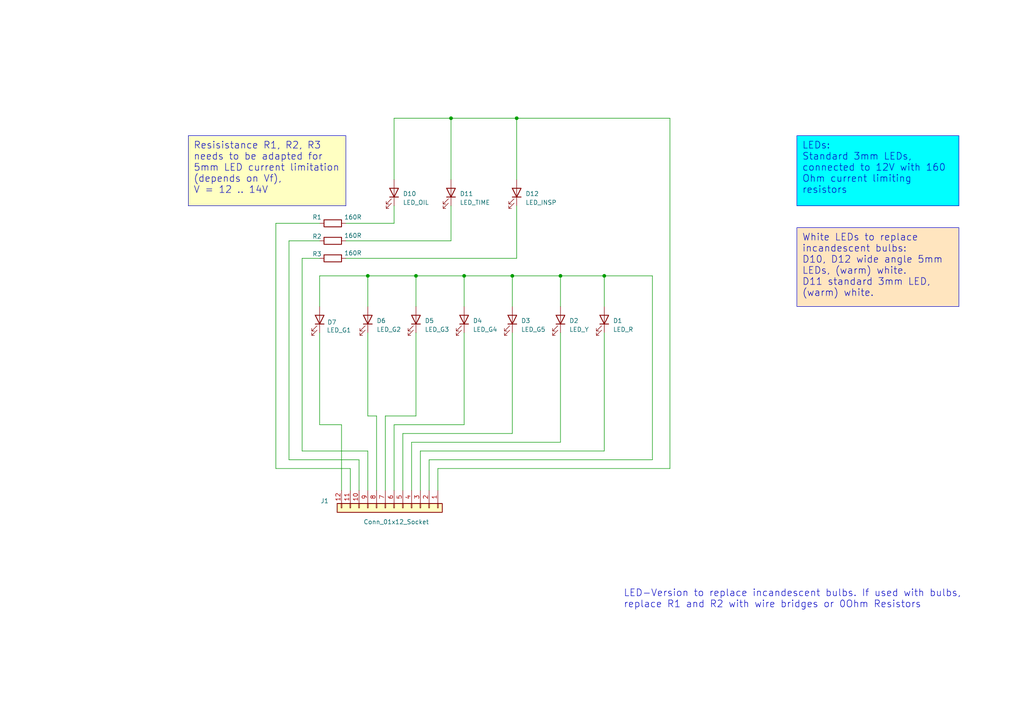
<source format=kicad_sch>
(kicad_sch
	(version 20231120)
	(generator "eeschema")
	(generator_version "8.0")
	(uuid "28701a9c-d23d-46df-8581-995298ac6e43")
	(paper "A4")
	(title_block
		(title "E30 VFL SI Indicator Board (9 LED)")
		(date "2024-06-15")
		(rev "2")
	)
	(lib_symbols
		(symbol "Connector_Generic:Conn_01x12"
			(pin_names
				(offset 1.016) hide)
			(exclude_from_sim no)
			(in_bom yes)
			(on_board yes)
			(property "Reference" "J1"
				(at -2.032 -21.336 90)
				(effects
					(font
						(size 1.27 1.27)
					)
					(justify left)
				)
			)
			(property "Value" "Conn_01x12_Socket"
				(at 4.064 -8.89 90)
				(effects
					(font
						(size 1.27 1.27)
					)
					(justify left)
				)
			)
			(property "Footprint" "Connector_PinSocket_2.54mm:PinSocket_1x12_P2.54mm_Horizontal"
				(at -2.794 17.272 0)
				(effects
					(font
						(size 1.27 1.27)
					)
					(hide yes)
				)
			)
			(property "Datasheet" "~"
				(at 0 0 0)
				(effects
					(font
						(size 1.27 1.27)
					)
					(hide yes)
				)
			)
			(property "Description" "Generic connector, single row, 01x12, script generated (kicad-library-utils/schlib/autogen/connector/)"
				(at -0.508 15.748 0)
				(effects
					(font
						(size 1.27 1.27)
					)
					(hide yes)
				)
			)
			(property "ki_keywords" "connector"
				(at 0 0 0)
				(effects
					(font
						(size 1.27 1.27)
					)
					(hide yes)
				)
			)
			(property "ki_fp_filters" "Connector*:*_1x??_*"
				(at 0 0 0)
				(effects
					(font
						(size 1.27 1.27)
					)
					(hide yes)
				)
			)
			(symbol "Conn_01x12_1_1"
				(rectangle
					(start -1.27 -15.113)
					(end 0 -15.367)
					(stroke
						(width 0.1524)
						(type default)
					)
					(fill
						(type none)
					)
				)
				(rectangle
					(start -1.27 -12.573)
					(end 0 -12.827)
					(stroke
						(width 0.1524)
						(type default)
					)
					(fill
						(type none)
					)
				)
				(rectangle
					(start -1.27 -10.033)
					(end 0 -10.287)
					(stroke
						(width 0.1524)
						(type default)
					)
					(fill
						(type none)
					)
				)
				(rectangle
					(start -1.27 -7.493)
					(end 0 -7.747)
					(stroke
						(width 0.1524)
						(type default)
					)
					(fill
						(type none)
					)
				)
				(rectangle
					(start -1.27 -4.953)
					(end 0 -5.207)
					(stroke
						(width 0.1524)
						(type default)
					)
					(fill
						(type none)
					)
				)
				(rectangle
					(start -1.27 -2.413)
					(end 0 -2.667)
					(stroke
						(width 0.1524)
						(type default)
					)
					(fill
						(type none)
					)
				)
				(rectangle
					(start -1.27 0.127)
					(end 0 -0.127)
					(stroke
						(width 0.1524)
						(type default)
					)
					(fill
						(type none)
					)
				)
				(rectangle
					(start -1.27 2.667)
					(end 0 2.413)
					(stroke
						(width 0.1524)
						(type default)
					)
					(fill
						(type none)
					)
				)
				(rectangle
					(start -1.27 5.207)
					(end 0 4.953)
					(stroke
						(width 0.1524)
						(type default)
					)
					(fill
						(type none)
					)
				)
				(rectangle
					(start -1.27 7.747)
					(end 0 7.493)
					(stroke
						(width 0.1524)
						(type default)
					)
					(fill
						(type none)
					)
				)
				(rectangle
					(start -1.27 10.287)
					(end 0 10.033)
					(stroke
						(width 0.1524)
						(type default)
					)
					(fill
						(type none)
					)
				)
				(rectangle
					(start -1.27 12.827)
					(end 0 12.573)
					(stroke
						(width 0.1524)
						(type default)
					)
					(fill
						(type none)
					)
				)
				(rectangle
					(start -1.27 13.97)
					(end 1.27 -16.51)
					(stroke
						(width 0.254)
						(type default)
					)
					(fill
						(type background)
					)
				)
				(pin passive line
					(at -5.08 12.7 0)
					(length 3.81)
					(name "T15_BULBS"
						(effects
							(font
								(size 1.27 1.27)
							)
						)
					)
					(number "1"
						(effects
							(font
								(size 1.27 1.27)
							)
						)
					)
				)
				(pin passive line
					(at -5.08 -10.16 0)
					(length 3.81)
					(name "BULB_TIME"
						(effects
							(font
								(size 1.27 1.27)
							)
						)
					)
					(number "10"
						(effects
							(font
								(size 1.27 1.27)
							)
						)
					)
				)
				(pin passive line
					(at -5.08 -12.7 0)
					(length 3.81)
					(name "BULB_OIL"
						(effects
							(font
								(size 1.27 1.27)
							)
						)
					)
					(number "11"
						(effects
							(font
								(size 1.27 1.27)
							)
						)
					)
				)
				(pin passive line
					(at -5.08 -15.24 0)
					(length 3.81)
					(name "LED_G1"
						(effects
							(font
								(size 1.27 1.27)
							)
						)
					)
					(number "12"
						(effects
							(font
								(size 1.27 1.27)
							)
						)
					)
				)
				(pin passive line
					(at -5.08 10.16 0)
					(length 3.81)
					(name "T15_LEDS"
						(effects
							(font
								(size 1.27 1.27)
							)
						)
					)
					(number "2"
						(effects
							(font
								(size 1.27 1.27)
							)
						)
					)
				)
				(pin passive line
					(at -5.08 7.62 0)
					(length 3.81)
					(name "LED_R"
						(effects
							(font
								(size 1.27 1.27)
							)
						)
					)
					(number "3"
						(effects
							(font
								(size 1.27 1.27)
							)
						)
					)
				)
				(pin passive line
					(at -5.08 5.08 0)
					(length 3.81)
					(name "LED_Y"
						(effects
							(font
								(size 1.27 1.27)
							)
						)
					)
					(number "4"
						(effects
							(font
								(size 1.27 1.27)
							)
						)
					)
				)
				(pin passive line
					(at -5.08 2.54 0)
					(length 3.81)
					(name "LED_G5"
						(effects
							(font
								(size 1.27 1.27)
							)
						)
					)
					(number "5"
						(effects
							(font
								(size 1.27 1.27)
							)
						)
					)
				)
				(pin passive line
					(at -5.08 0 0)
					(length 3.81)
					(name "LED_G4"
						(effects
							(font
								(size 1.27 1.27)
							)
						)
					)
					(number "6"
						(effects
							(font
								(size 1.27 1.27)
							)
						)
					)
				)
				(pin passive line
					(at -5.08 -2.54 0)
					(length 3.81)
					(name "LED_G3"
						(effects
							(font
								(size 1.27 1.27)
							)
						)
					)
					(number "7"
						(effects
							(font
								(size 1.27 1.27)
							)
						)
					)
				)
				(pin passive line
					(at -5.08 -5.08 0)
					(length 3.81)
					(name "LED_G2"
						(effects
							(font
								(size 1.27 1.27)
							)
						)
					)
					(number "8"
						(effects
							(font
								(size 1.27 1.27)
							)
						)
					)
				)
				(pin passive line
					(at -5.08 -7.62 0)
					(length 3.81)
					(name "BULB_INSP"
						(effects
							(font
								(size 1.27 1.27)
							)
						)
					)
					(number "9"
						(effects
							(font
								(size 1.27 1.27)
							)
						)
					)
				)
			)
		)
		(symbol "Device:LED"
			(pin_numbers hide)
			(pin_names
				(offset 1.016) hide)
			(exclude_from_sim no)
			(in_bom yes)
			(on_board yes)
			(property "Reference" "D"
				(at 0 2.54 0)
				(effects
					(font
						(size 1.27 1.27)
					)
				)
			)
			(property "Value" "LED"
				(at 0 -2.54 0)
				(effects
					(font
						(size 1.27 1.27)
					)
				)
			)
			(property "Footprint" ""
				(at 0 0 0)
				(effects
					(font
						(size 1.27 1.27)
					)
					(hide yes)
				)
			)
			(property "Datasheet" "~"
				(at 0 0 0)
				(effects
					(font
						(size 1.27 1.27)
					)
					(hide yes)
				)
			)
			(property "Description" "Light emitting diode"
				(at 0 0 0)
				(effects
					(font
						(size 1.27 1.27)
					)
					(hide yes)
				)
			)
			(property "ki_keywords" "LED diode"
				(at 0 0 0)
				(effects
					(font
						(size 1.27 1.27)
					)
					(hide yes)
				)
			)
			(property "ki_fp_filters" "LED* LED_SMD:* LED_THT:*"
				(at 0 0 0)
				(effects
					(font
						(size 1.27 1.27)
					)
					(hide yes)
				)
			)
			(symbol "LED_0_1"
				(polyline
					(pts
						(xy -1.27 -1.27) (xy -1.27 1.27)
					)
					(stroke
						(width 0.254)
						(type default)
					)
					(fill
						(type none)
					)
				)
				(polyline
					(pts
						(xy -1.27 0) (xy 1.27 0)
					)
					(stroke
						(width 0)
						(type default)
					)
					(fill
						(type none)
					)
				)
				(polyline
					(pts
						(xy 1.27 -1.27) (xy 1.27 1.27) (xy -1.27 0) (xy 1.27 -1.27)
					)
					(stroke
						(width 0.254)
						(type default)
					)
					(fill
						(type none)
					)
				)
				(polyline
					(pts
						(xy -3.048 -0.762) (xy -4.572 -2.286) (xy -3.81 -2.286) (xy -4.572 -2.286) (xy -4.572 -1.524)
					)
					(stroke
						(width 0)
						(type default)
					)
					(fill
						(type none)
					)
				)
				(polyline
					(pts
						(xy -1.778 -0.762) (xy -3.302 -2.286) (xy -2.54 -2.286) (xy -3.302 -2.286) (xy -3.302 -1.524)
					)
					(stroke
						(width 0)
						(type default)
					)
					(fill
						(type none)
					)
				)
			)
			(symbol "LED_1_1"
				(pin passive line
					(at -3.81 0 0)
					(length 2.54)
					(name "K"
						(effects
							(font
								(size 1.27 1.27)
							)
						)
					)
					(number "1"
						(effects
							(font
								(size 1.27 1.27)
							)
						)
					)
				)
				(pin passive line
					(at 3.81 0 180)
					(length 2.54)
					(name "A"
						(effects
							(font
								(size 1.27 1.27)
							)
						)
					)
					(number "2"
						(effects
							(font
								(size 1.27 1.27)
							)
						)
					)
				)
			)
		)
		(symbol "Device:R"
			(pin_numbers hide)
			(pin_names
				(offset 0)
			)
			(exclude_from_sim no)
			(in_bom yes)
			(on_board yes)
			(property "Reference" "R"
				(at 2.032 0 90)
				(effects
					(font
						(size 1.27 1.27)
					)
				)
			)
			(property "Value" "R"
				(at 0 0 90)
				(effects
					(font
						(size 1.27 1.27)
					)
				)
			)
			(property "Footprint" ""
				(at -1.778 0 90)
				(effects
					(font
						(size 1.27 1.27)
					)
					(hide yes)
				)
			)
			(property "Datasheet" "~"
				(at 0 0 0)
				(effects
					(font
						(size 1.27 1.27)
					)
					(hide yes)
				)
			)
			(property "Description" "Resistor"
				(at 0 0 0)
				(effects
					(font
						(size 1.27 1.27)
					)
					(hide yes)
				)
			)
			(property "ki_keywords" "R res resistor"
				(at 0 0 0)
				(effects
					(font
						(size 1.27 1.27)
					)
					(hide yes)
				)
			)
			(property "ki_fp_filters" "R_*"
				(at 0 0 0)
				(effects
					(font
						(size 1.27 1.27)
					)
					(hide yes)
				)
			)
			(symbol "R_0_1"
				(rectangle
					(start -1.016 -2.54)
					(end 1.016 2.54)
					(stroke
						(width 0.254)
						(type default)
					)
					(fill
						(type none)
					)
				)
			)
			(symbol "R_1_1"
				(pin passive line
					(at 0 3.81 270)
					(length 1.27)
					(name "~"
						(effects
							(font
								(size 1.27 1.27)
							)
						)
					)
					(number "1"
						(effects
							(font
								(size 1.27 1.27)
							)
						)
					)
				)
				(pin passive line
					(at 0 -3.81 90)
					(length 1.27)
					(name "~"
						(effects
							(font
								(size 1.27 1.27)
							)
						)
					)
					(number "2"
						(effects
							(font
								(size 1.27 1.27)
							)
						)
					)
				)
			)
		)
	)
	(junction
		(at 149.86 34.29)
		(diameter 0)
		(color 0 0 0 0)
		(uuid "01e77aac-425d-4f22-8a7d-e5590a9975c1")
	)
	(junction
		(at 175.26 80.01)
		(diameter 0)
		(color 0 0 0 0)
		(uuid "2a1fd89d-dd49-4286-9859-3987fccc1473")
	)
	(junction
		(at 130.81 34.29)
		(diameter 0)
		(color 0 0 0 0)
		(uuid "62a79eec-cf9f-4b21-a18d-84e5774df2ff")
	)
	(junction
		(at 120.65 80.01)
		(diameter 0)
		(color 0 0 0 0)
		(uuid "62e91c3c-1609-4b90-8fb5-346fff6293be")
	)
	(junction
		(at 148.59 80.01)
		(diameter 0)
		(color 0 0 0 0)
		(uuid "66f51d71-1766-4095-bdd8-1b0f64c31b4e")
	)
	(junction
		(at 162.56 80.01)
		(diameter 0)
		(color 0 0 0 0)
		(uuid "8a7b9d9b-9338-43a7-869d-3df9a5872e00")
	)
	(junction
		(at 106.68 80.01)
		(diameter 0)
		(color 0 0 0 0)
		(uuid "8cdb8e2a-54a1-4fed-99bb-b93c680814be")
	)
	(junction
		(at 134.62 80.01)
		(diameter 0)
		(color 0 0 0 0)
		(uuid "9abc4805-501b-4bb9-9aaa-53712570d5f5")
	)
	(wire
		(pts
			(xy 148.59 80.01) (xy 162.56 80.01)
		)
		(stroke
			(width 0)
			(type default)
		)
		(uuid "0067f408-61a8-40e2-be0e-8f08aa09776e")
	)
	(wire
		(pts
			(xy 92.71 88.9) (xy 92.71 80.01)
		)
		(stroke
			(width 0)
			(type default)
		)
		(uuid "0187928d-84b8-40fa-ac38-4c0f5a19d9b6")
	)
	(wire
		(pts
			(xy 189.23 133.35) (xy 124.46 133.35)
		)
		(stroke
			(width 0)
			(type default)
		)
		(uuid "03107b2f-ca91-4e2d-8720-a7983125aab5")
	)
	(wire
		(pts
			(xy 101.6 135.89) (xy 101.6 142.24)
		)
		(stroke
			(width 0)
			(type default)
		)
		(uuid "0beb93cc-9310-4eaf-b2ce-7efa11b48d26")
	)
	(wire
		(pts
			(xy 114.3 52.07) (xy 114.3 34.29)
		)
		(stroke
			(width 0)
			(type default)
		)
		(uuid "1363e373-c095-4dd7-a1ac-2ab64359e91a")
	)
	(wire
		(pts
			(xy 87.63 74.93) (xy 87.63 130.81)
		)
		(stroke
			(width 0)
			(type default)
		)
		(uuid "153dd542-eb64-4c5d-ae00-b47fac8d1838")
	)
	(wire
		(pts
			(xy 120.65 120.65) (xy 111.76 120.65)
		)
		(stroke
			(width 0)
			(type default)
		)
		(uuid "174c1f24-f2c0-44f8-8e91-cccae2bca77e")
	)
	(wire
		(pts
			(xy 111.76 120.65) (xy 111.76 142.24)
		)
		(stroke
			(width 0)
			(type default)
		)
		(uuid "1e3424f4-cb25-4560-9f5c-890fe5423c9a")
	)
	(wire
		(pts
			(xy 162.56 80.01) (xy 175.26 80.01)
		)
		(stroke
			(width 0)
			(type default)
		)
		(uuid "2c6ef5ae-b599-48f6-a34d-e370bed7d1c2")
	)
	(wire
		(pts
			(xy 83.82 133.35) (xy 104.14 133.35)
		)
		(stroke
			(width 0)
			(type default)
		)
		(uuid "33836c0f-dcf2-4c5e-a279-e94eb26e0b8a")
	)
	(wire
		(pts
			(xy 162.56 88.9) (xy 162.56 80.01)
		)
		(stroke
			(width 0)
			(type default)
		)
		(uuid "348a1c49-270f-44e1-ba9a-7670c8c0ee09")
	)
	(wire
		(pts
			(xy 100.33 64.77) (xy 114.3 64.77)
		)
		(stroke
			(width 0)
			(type default)
		)
		(uuid "37702ca0-2b67-428e-be4a-c11f72ac97bd")
	)
	(wire
		(pts
			(xy 87.63 130.81) (xy 106.68 130.81)
		)
		(stroke
			(width 0)
			(type default)
		)
		(uuid "3881375a-eddf-4199-ab42-ed50866a92c6")
	)
	(wire
		(pts
			(xy 175.26 96.52) (xy 175.26 130.81)
		)
		(stroke
			(width 0)
			(type default)
		)
		(uuid "39aee120-8a3b-4204-a5f7-557473a0bbf3")
	)
	(wire
		(pts
			(xy 106.68 120.65) (xy 109.22 120.65)
		)
		(stroke
			(width 0)
			(type default)
		)
		(uuid "3e976905-5055-4272-b4e3-207634d964eb")
	)
	(wire
		(pts
			(xy 149.86 74.93) (xy 149.86 59.69)
		)
		(stroke
			(width 0)
			(type default)
		)
		(uuid "42d0788e-952b-416f-9c6a-5fb5cf614b63")
	)
	(wire
		(pts
			(xy 119.38 128.27) (xy 119.38 142.24)
		)
		(stroke
			(width 0)
			(type default)
		)
		(uuid "4ff2ec91-3b28-41a2-86d8-5a2deb65e6a4")
	)
	(wire
		(pts
			(xy 121.92 130.81) (xy 121.92 142.24)
		)
		(stroke
			(width 0)
			(type default)
		)
		(uuid "52139ac3-7210-4bed-8f80-abaaf832c278")
	)
	(wire
		(pts
			(xy 114.3 123.19) (xy 114.3 142.24)
		)
		(stroke
			(width 0)
			(type default)
		)
		(uuid "57b82c22-d73f-423a-b5fa-77eca24ca168")
	)
	(wire
		(pts
			(xy 127 135.89) (xy 127 142.24)
		)
		(stroke
			(width 0)
			(type default)
		)
		(uuid "59ce87d5-a82d-4ee8-af8f-a12b3d23db35")
	)
	(wire
		(pts
			(xy 194.31 34.29) (xy 194.31 135.89)
		)
		(stroke
			(width 0)
			(type default)
		)
		(uuid "60d35517-6821-4d68-bc5d-4a491e06297e")
	)
	(wire
		(pts
			(xy 120.65 80.01) (xy 134.62 80.01)
		)
		(stroke
			(width 0)
			(type default)
		)
		(uuid "623a6d47-866f-4f5b-81a8-a00f56b806a5")
	)
	(wire
		(pts
			(xy 99.06 123.19) (xy 99.06 142.24)
		)
		(stroke
			(width 0)
			(type default)
		)
		(uuid "64e0ebea-0b17-4498-ae46-5921641c81e8")
	)
	(wire
		(pts
			(xy 100.33 69.85) (xy 130.81 69.85)
		)
		(stroke
			(width 0)
			(type default)
		)
		(uuid "66df9bbb-92cb-4d8c-b366-31cb6666eaa6")
	)
	(wire
		(pts
			(xy 127 135.89) (xy 194.31 135.89)
		)
		(stroke
			(width 0)
			(type default)
		)
		(uuid "69401b7e-ebca-4067-a180-9d18d3590752")
	)
	(wire
		(pts
			(xy 134.62 80.01) (xy 148.59 80.01)
		)
		(stroke
			(width 0)
			(type default)
		)
		(uuid "6c1b798f-2b67-4b37-90e2-db14975f6579")
	)
	(wire
		(pts
			(xy 149.86 52.07) (xy 149.86 34.29)
		)
		(stroke
			(width 0)
			(type default)
		)
		(uuid "6c2de2fe-f48a-469b-9668-378e8bd172a9")
	)
	(wire
		(pts
			(xy 148.59 125.73) (xy 116.84 125.73)
		)
		(stroke
			(width 0)
			(type default)
		)
		(uuid "6da8f80e-7204-4d31-8699-6e6140e1e4ea")
	)
	(wire
		(pts
			(xy 92.71 96.52) (xy 92.71 123.19)
		)
		(stroke
			(width 0)
			(type default)
		)
		(uuid "6ed23116-04de-43b7-bb81-e8757400cb2a")
	)
	(wire
		(pts
			(xy 149.86 34.29) (xy 130.81 34.29)
		)
		(stroke
			(width 0)
			(type default)
		)
		(uuid "727a7298-acef-41f5-851d-76b1a114d39b")
	)
	(wire
		(pts
			(xy 148.59 88.9) (xy 148.59 80.01)
		)
		(stroke
			(width 0)
			(type default)
		)
		(uuid "7370d48e-b832-4c25-9618-446a0ee168b8")
	)
	(wire
		(pts
			(xy 106.68 130.81) (xy 106.68 142.24)
		)
		(stroke
			(width 0)
			(type default)
		)
		(uuid "780754be-9a0f-4b80-a570-66bab1d61f0f")
	)
	(wire
		(pts
			(xy 114.3 59.69) (xy 114.3 64.77)
		)
		(stroke
			(width 0)
			(type default)
		)
		(uuid "7e6d012b-67c8-4fd0-98d2-86894d91e96c")
	)
	(wire
		(pts
			(xy 194.31 34.29) (xy 149.86 34.29)
		)
		(stroke
			(width 0)
			(type default)
		)
		(uuid "829637f1-4b3d-450a-b5d1-55e5c5071aa0")
	)
	(wire
		(pts
			(xy 109.22 120.65) (xy 109.22 142.24)
		)
		(stroke
			(width 0)
			(type default)
		)
		(uuid "89ad3b85-26f3-4d02-8e11-d5cb08bd2023")
	)
	(wire
		(pts
			(xy 100.33 74.93) (xy 149.86 74.93)
		)
		(stroke
			(width 0)
			(type default)
		)
		(uuid "8a39662f-3b88-49dc-b2d2-2297cfb9f148")
	)
	(wire
		(pts
			(xy 124.46 133.35) (xy 124.46 142.24)
		)
		(stroke
			(width 0)
			(type default)
		)
		(uuid "8d0b7e79-83e9-44bc-86fc-203433fd135b")
	)
	(wire
		(pts
			(xy 80.01 64.77) (xy 80.01 135.89)
		)
		(stroke
			(width 0)
			(type default)
		)
		(uuid "8f44a566-3a28-4415-9b15-582077525f65")
	)
	(wire
		(pts
			(xy 83.82 69.85) (xy 92.71 69.85)
		)
		(stroke
			(width 0)
			(type default)
		)
		(uuid "9171c46a-ebc1-4e23-a308-9b191e14f195")
	)
	(wire
		(pts
			(xy 92.71 80.01) (xy 106.68 80.01)
		)
		(stroke
			(width 0)
			(type default)
		)
		(uuid "93711c58-0737-4eaf-883f-3e65aced6225")
	)
	(wire
		(pts
			(xy 130.81 34.29) (xy 114.3 34.29)
		)
		(stroke
			(width 0)
			(type default)
		)
		(uuid "951e38b6-fc99-4f49-85f6-7680baec114b")
	)
	(wire
		(pts
			(xy 134.62 88.9) (xy 134.62 80.01)
		)
		(stroke
			(width 0)
			(type default)
		)
		(uuid "9889b8b6-f357-4401-8136-25c38f7168ff")
	)
	(wire
		(pts
			(xy 175.26 130.81) (xy 121.92 130.81)
		)
		(stroke
			(width 0)
			(type default)
		)
		(uuid "9bd1df41-ddba-46db-a403-b48aaec1a48a")
	)
	(wire
		(pts
			(xy 162.56 128.27) (xy 119.38 128.27)
		)
		(stroke
			(width 0)
			(type default)
		)
		(uuid "ac429ed0-2af4-4e15-b36c-c6f4a70c80b4")
	)
	(wire
		(pts
			(xy 104.14 133.35) (xy 104.14 142.24)
		)
		(stroke
			(width 0)
			(type default)
		)
		(uuid "ae46889f-5e2d-4b95-96c4-cd46da0e1ecf")
	)
	(wire
		(pts
			(xy 130.81 59.69) (xy 130.81 69.85)
		)
		(stroke
			(width 0)
			(type default)
		)
		(uuid "ae8d9c13-e8d4-47f1-b104-0e1047bb347d")
	)
	(wire
		(pts
			(xy 120.65 88.9) (xy 120.65 80.01)
		)
		(stroke
			(width 0)
			(type default)
		)
		(uuid "b2846dcf-8786-4338-a526-08b90c2cf993")
	)
	(wire
		(pts
			(xy 134.62 96.52) (xy 134.62 123.19)
		)
		(stroke
			(width 0)
			(type default)
		)
		(uuid "b6701612-4ea3-425f-be98-873a2cf02453")
	)
	(wire
		(pts
			(xy 175.26 88.9) (xy 175.26 80.01)
		)
		(stroke
			(width 0)
			(type default)
		)
		(uuid "b93342fe-60a4-4d89-8fbb-4a2c2ccd310c")
	)
	(wire
		(pts
			(xy 120.65 96.52) (xy 120.65 120.65)
		)
		(stroke
			(width 0)
			(type default)
		)
		(uuid "bae2cf2e-acca-45e0-95d2-bf02057db598")
	)
	(wire
		(pts
			(xy 106.68 88.9) (xy 106.68 80.01)
		)
		(stroke
			(width 0)
			(type default)
		)
		(uuid "bae738e2-ea9d-41a8-9921-09a7c42e2dbb")
	)
	(wire
		(pts
			(xy 83.82 69.85) (xy 83.82 133.35)
		)
		(stroke
			(width 0)
			(type default)
		)
		(uuid "be78b0d4-1f50-429d-a123-0fc3c706df54")
	)
	(wire
		(pts
			(xy 189.23 80.01) (xy 189.23 133.35)
		)
		(stroke
			(width 0)
			(type default)
		)
		(uuid "c1fe71a4-2c0f-41c3-b1c5-c787c6a0d7bb")
	)
	(wire
		(pts
			(xy 106.68 80.01) (xy 120.65 80.01)
		)
		(stroke
			(width 0)
			(type default)
		)
		(uuid "c229807f-5a2d-4285-9dc9-478590e88c30")
	)
	(wire
		(pts
			(xy 80.01 64.77) (xy 92.71 64.77)
		)
		(stroke
			(width 0)
			(type default)
		)
		(uuid "c6c8bf5f-5922-4a74-90fe-d5fccb3b73cc")
	)
	(wire
		(pts
			(xy 116.84 125.73) (xy 116.84 142.24)
		)
		(stroke
			(width 0)
			(type default)
		)
		(uuid "c6dd0979-f128-4a8d-802a-30590e0e28ee")
	)
	(wire
		(pts
			(xy 134.62 123.19) (xy 114.3 123.19)
		)
		(stroke
			(width 0)
			(type default)
		)
		(uuid "c911ef8f-d585-47ed-b416-bade2c1c82ce")
	)
	(wire
		(pts
			(xy 92.71 123.19) (xy 99.06 123.19)
		)
		(stroke
			(width 0)
			(type default)
		)
		(uuid "cc0af262-e88d-4214-bd73-0a1d3531aa1c")
	)
	(wire
		(pts
			(xy 130.81 34.29) (xy 130.81 52.07)
		)
		(stroke
			(width 0)
			(type default)
		)
		(uuid "cfee2502-bb0a-4fee-929b-7406478ba427")
	)
	(wire
		(pts
			(xy 162.56 96.52) (xy 162.56 128.27)
		)
		(stroke
			(width 0)
			(type default)
		)
		(uuid "da529bdc-e797-4964-a6bb-7141216e481a")
	)
	(wire
		(pts
			(xy 175.26 80.01) (xy 189.23 80.01)
		)
		(stroke
			(width 0)
			(type default)
		)
		(uuid "df004d0b-69ce-46cf-a705-a5f35e3f0492")
	)
	(wire
		(pts
			(xy 80.01 135.89) (xy 101.6 135.89)
		)
		(stroke
			(width 0)
			(type default)
		)
		(uuid "df4f3936-6286-4271-9d2a-15990837f27b")
	)
	(wire
		(pts
			(xy 148.59 96.52) (xy 148.59 125.73)
		)
		(stroke
			(width 0)
			(type default)
		)
		(uuid "f39bd294-09c7-4a2e-8a3e-f458e719b433")
	)
	(wire
		(pts
			(xy 92.71 74.93) (xy 87.63 74.93)
		)
		(stroke
			(width 0)
			(type default)
		)
		(uuid "f42f8a8b-ffc5-42f2-856e-7c8973d50ac7")
	)
	(wire
		(pts
			(xy 106.68 96.52) (xy 106.68 120.65)
		)
		(stroke
			(width 0)
			(type default)
		)
		(uuid "fca0797a-5de7-499c-b58f-6b8ba8273ffa")
	)
	(text_box "White LEDs to replace incandescent bulbs: \nD10, D12 wide angle 5mm LEDs, (warm) white.\nD11 standard 3mm LED, (warm) white."
		(exclude_from_sim no)
		(at 231.14 66.04 0)
		(size 46.99 22.86)
		(stroke
			(width 0)
			(type default)
		)
		(fill
			(type color)
			(color 255 229 191 1)
		)
		(effects
			(font
				(size 2 2)
			)
			(justify left top)
		)
		(uuid "15afb8b5-865b-4c75-90c5-0b78218f8046")
	)
	(text_box "LEDs: \nStandard 3mm LEDs, connected to 12V with 160 Ohm current limiting resistors"
		(exclude_from_sim no)
		(at 231.14 39.37 0)
		(size 46.99 20.32)
		(stroke
			(width 0)
			(type default)
		)
		(fill
			(type color)
			(color 0 255 255 1)
		)
		(effects
			(font
				(size 2 2)
			)
			(justify left top)
		)
		(uuid "2ac3c393-2dff-4ffd-81e1-d7c45a48d05f")
	)
	(text_box "Resisistance R1, R2, R3 needs to be adapted for 5mm LED current limitation (depends on Vf), \nV = 12 .. 14V\n"
		(exclude_from_sim no)
		(at 54.61 39.37 0)
		(size 45.72 20.32)
		(stroke
			(width 0)
			(type default)
		)
		(fill
			(type color)
			(color 255 255 194 1)
		)
		(effects
			(font
				(size 2 2)
			)
			(justify left top)
		)
		(uuid "9a9243cf-7afc-452e-bda2-9a2b7350b3f8")
	)
	(text_box ""
		(exclude_from_sim no)
		(at 247.65 39.37 0)
		(size 0 0)
		(stroke
			(width 0)
			(type default)
		)
		(fill
			(type none)
		)
		(effects
			(font
				(size 3 3)
			)
			(justify left top)
		)
		(uuid "fb480fc6-c143-49c1-aba2-1e71259ed3dc")
	)
	(text "LED-Version to replace incandescent bulbs. If used with bulbs, \nreplace R1 and R2 with wire bridges or 0Ohm Resistors"
		(exclude_from_sim no)
		(at 180.848 173.736 0)
		(effects
			(font
				(size 2 2)
			)
			(justify left)
		)
		(uuid "49a4b7c6-bff4-46d9-b079-d641b0a79cc7")
	)
	(symbol
		(lib_id "Device:R")
		(at 96.52 69.85 90)
		(unit 1)
		(exclude_from_sim no)
		(in_bom yes)
		(on_board yes)
		(dnp no)
		(uuid "0532f61a-7798-4c4d-9f20-799fbc8b1146")
		(property "Reference" "R2"
			(at 91.948 68.58 90)
			(effects
				(font
					(size 1.27 1.27)
				)
			)
		)
		(property "Value" "160R"
			(at 102.362 68.326 90)
			(effects
				(font
					(size 1.27 1.27)
				)
			)
		)
		(property "Footprint" "Resistor_THT:R_Axial_DIN0207_L6.3mm_D2.5mm_P7.62mm_Horizontal"
			(at 96.52 71.628 90)
			(effects
				(font
					(size 1.27 1.27)
				)
				(hide yes)
			)
		)
		(property "Datasheet" "~"
			(at 96.52 69.85 0)
			(effects
				(font
					(size 1.27 1.27)
				)
				(hide yes)
			)
		)
		(property "Description" "Resistor"
			(at 96.52 69.85 0)
			(effects
				(font
					(size 1.27 1.27)
				)
				(hide yes)
			)
		)
		(pin "2"
			(uuid "9366feda-a634-4896-a021-0723108efaf9")
		)
		(pin "1"
			(uuid "b2d24de8-a0ff-4be2-9a4b-b1d306ad6e65")
		)
		(instances
			(project "BMW E30 NFL SI Indicator LED"
				(path "/28701a9c-d23d-46df-8581-995298ac6e43"
					(reference "R2")
					(unit 1)
				)
			)
		)
	)
	(symbol
		(lib_id "Device:LED")
		(at 175.26 92.71 270)
		(mirror x)
		(unit 1)
		(exclude_from_sim no)
		(in_bom yes)
		(on_board yes)
		(dnp no)
		(fields_autoplaced yes)
		(uuid "16d4a8a6-0de5-4156-aea6-9722f2b7d08a")
		(property "Reference" "D1"
			(at 177.8 93.0274 90)
			(effects
				(font
					(size 1.27 1.27)
				)
				(justify left)
			)
		)
		(property "Value" "LED_R"
			(at 177.8 95.5674 90)
			(effects
				(font
					(size 1.27 1.27)
				)
				(justify left)
			)
		)
		(property "Footprint" "LED_THT:LED_D3.0mm"
			(at 175.26 92.71 0)
			(effects
				(font
					(size 1.27 1.27)
				)
				(hide yes)
			)
		)
		(property "Datasheet" "~"
			(at 175.26 92.71 0)
			(effects
				(font
					(size 1.27 1.27)
				)
				(hide yes)
			)
		)
		(property "Description" "Light emitting diode"
			(at 175.26 92.71 0)
			(effects
				(font
					(size 1.27 1.27)
				)
				(hide yes)
			)
		)
		(pin "2"
			(uuid "ad266eaa-0548-4375-9e7e-638f1637a13b")
		)
		(pin "1"
			(uuid "98598a18-c22f-4a07-a6dd-f6304402e687")
		)
		(instances
			(project "BMW E30 NFL SI Indicator LED"
				(path "/28701a9c-d23d-46df-8581-995298ac6e43"
					(reference "D1")
					(unit 1)
				)
			)
		)
	)
	(symbol
		(lib_id "Device:LED")
		(at 134.62 92.71 270)
		(mirror x)
		(unit 1)
		(exclude_from_sim no)
		(in_bom yes)
		(on_board yes)
		(dnp no)
		(fields_autoplaced yes)
		(uuid "406a5d27-9a30-4096-882a-399a0dfcfc20")
		(property "Reference" "D4"
			(at 137.16 93.0274 90)
			(effects
				(font
					(size 1.27 1.27)
				)
				(justify left)
			)
		)
		(property "Value" "LED_G4"
			(at 137.16 95.5674 90)
			(effects
				(font
					(size 1.27 1.27)
				)
				(justify left)
			)
		)
		(property "Footprint" "LED_THT:LED_D3.0mm"
			(at 134.62 92.71 0)
			(effects
				(font
					(size 1.27 1.27)
				)
				(hide yes)
			)
		)
		(property "Datasheet" "~"
			(at 134.62 92.71 0)
			(effects
				(font
					(size 1.27 1.27)
				)
				(hide yes)
			)
		)
		(property "Description" "Light emitting diode"
			(at 134.62 92.71 0)
			(effects
				(font
					(size 1.27 1.27)
				)
				(hide yes)
			)
		)
		(pin "2"
			(uuid "337fcad3-d2ca-4375-81bb-fa466fc594c6")
		)
		(pin "1"
			(uuid "bec5fde6-c3c4-4dc6-aaf5-6cf6d0781842")
		)
		(instances
			(project "BMW E30 NFL SI Indicator LED"
				(path "/28701a9c-d23d-46df-8581-995298ac6e43"
					(reference "D4")
					(unit 1)
				)
			)
		)
	)
	(symbol
		(lib_id "Device:R")
		(at 96.52 74.93 90)
		(unit 1)
		(exclude_from_sim no)
		(in_bom yes)
		(on_board yes)
		(dnp no)
		(uuid "52bf66e4-0926-46c7-ae21-78dbbac48b21")
		(property "Reference" "R3"
			(at 91.948 73.66 90)
			(effects
				(font
					(size 1.27 1.27)
				)
			)
		)
		(property "Value" "160R"
			(at 102.362 73.406 90)
			(effects
				(font
					(size 1.27 1.27)
				)
			)
		)
		(property "Footprint" "Resistor_THT:R_Axial_DIN0207_L6.3mm_D2.5mm_P7.62mm_Horizontal"
			(at 96.52 76.708 90)
			(effects
				(font
					(size 1.27 1.27)
				)
				(hide yes)
			)
		)
		(property "Datasheet" "~"
			(at 96.52 74.93 0)
			(effects
				(font
					(size 1.27 1.27)
				)
				(hide yes)
			)
		)
		(property "Description" "Resistor"
			(at 96.52 74.93 0)
			(effects
				(font
					(size 1.27 1.27)
				)
				(hide yes)
			)
		)
		(pin "2"
			(uuid "c5b21e39-82d1-4a21-b393-2c7b2e94397b")
		)
		(pin "1"
			(uuid "de72d41e-33bd-4219-b0ad-4c4dc01fb41f")
		)
		(instances
			(project "BMW E30 NFL SI Indicator LED"
				(path "/28701a9c-d23d-46df-8581-995298ac6e43"
					(reference "R3")
					(unit 1)
				)
			)
		)
	)
	(symbol
		(lib_id "Device:LED")
		(at 120.65 92.71 270)
		(mirror x)
		(unit 1)
		(exclude_from_sim no)
		(in_bom yes)
		(on_board yes)
		(dnp no)
		(fields_autoplaced yes)
		(uuid "701fb81d-90c2-4837-942b-098cf0d26d6b")
		(property "Reference" "D5"
			(at 123.19 93.0274 90)
			(effects
				(font
					(size 1.27 1.27)
				)
				(justify left)
			)
		)
		(property "Value" "LED_G3"
			(at 123.19 95.5674 90)
			(effects
				(font
					(size 1.27 1.27)
				)
				(justify left)
			)
		)
		(property "Footprint" "LED_THT:LED_D3.0mm"
			(at 120.65 92.71 0)
			(effects
				(font
					(size 1.27 1.27)
				)
				(hide yes)
			)
		)
		(property "Datasheet" "~"
			(at 120.65 92.71 0)
			(effects
				(font
					(size 1.27 1.27)
				)
				(hide yes)
			)
		)
		(property "Description" "Light emitting diode"
			(at 120.65 92.71 0)
			(effects
				(font
					(size 1.27 1.27)
				)
				(hide yes)
			)
		)
		(pin "2"
			(uuid "45610630-00bd-42a5-bc8c-ca224809ac92")
		)
		(pin "1"
			(uuid "c16c1d43-e161-4e80-958d-9eff4154bdfd")
		)
		(instances
			(project "BMW E30 NFL SI Indicator LED"
				(path "/28701a9c-d23d-46df-8581-995298ac6e43"
					(reference "D5")
					(unit 1)
				)
			)
		)
	)
	(symbol
		(lib_id "Device:LED")
		(at 149.86 55.88 270)
		(mirror x)
		(unit 1)
		(exclude_from_sim no)
		(in_bom yes)
		(on_board yes)
		(dnp no)
		(fields_autoplaced yes)
		(uuid "72a74ab1-b1ce-4c5f-8f00-389eaf19c596")
		(property "Reference" "D12"
			(at 152.4 56.1974 90)
			(effects
				(font
					(size 1.27 1.27)
				)
				(justify left)
			)
		)
		(property "Value" "LED_INSP"
			(at 152.4 58.7374 90)
			(effects
				(font
					(size 1.27 1.27)
				)
				(justify left)
			)
		)
		(property "Footprint" "LED_THT:LED_Rectangular_W5.0mm_H2.0mm_Horizontal_O3.81mm_Z1.0mm"
			(at 149.86 55.88 0)
			(effects
				(font
					(size 1.27 1.27)
				)
				(hide yes)
			)
		)
		(property "Datasheet" "~"
			(at 149.86 55.88 0)
			(effects
				(font
					(size 1.27 1.27)
				)
				(hide yes)
			)
		)
		(property "Description" "Light emitting diode"
			(at 149.86 55.88 0)
			(effects
				(font
					(size 1.27 1.27)
				)
				(hide yes)
			)
		)
		(pin "2"
			(uuid "8cdca971-549d-4e3f-9c7d-c259cfe8ff72")
		)
		(pin "1"
			(uuid "798db439-6b5e-4cae-8efd-bac6f523e94f")
		)
		(instances
			(project "BMW E30 NFL SI Indicator LED"
				(path "/28701a9c-d23d-46df-8581-995298ac6e43"
					(reference "D12")
					(unit 1)
				)
			)
		)
	)
	(symbol
		(lib_id "Device:LED")
		(at 92.71 92.71 270)
		(mirror x)
		(unit 1)
		(exclude_from_sim no)
		(in_bom yes)
		(on_board yes)
		(dnp no)
		(uuid "808b733a-624b-469d-b675-98edf7fea587")
		(property "Reference" "D7"
			(at 96.266 93.472 90)
			(effects
				(font
					(size 1.27 1.27)
				)
			)
		)
		(property "Value" "LED_G1"
			(at 98.298 95.758 90)
			(effects
				(font
					(size 1.27 1.27)
				)
			)
		)
		(property "Footprint" "LED_THT:LED_D3.0mm"
			(at 92.71 92.71 0)
			(effects
				(font
					(size 1.27 1.27)
				)
				(hide yes)
			)
		)
		(property "Datasheet" "~"
			(at 92.71 92.71 0)
			(effects
				(font
					(size 1.27 1.27)
				)
				(hide yes)
			)
		)
		(property "Description" "Light emitting diode"
			(at 92.71 92.71 0)
			(effects
				(font
					(size 1.27 1.27)
				)
				(hide yes)
			)
		)
		(pin "2"
			(uuid "0dd98994-fe39-4d82-82ce-1f6563c81260")
		)
		(pin "1"
			(uuid "5b6ce2b2-0d5c-40b9-a98a-90c3a72a257b")
		)
		(instances
			(project "BMW E30 NFL SI Indicator LED"
				(path "/28701a9c-d23d-46df-8581-995298ac6e43"
					(reference "D7")
					(unit 1)
				)
			)
		)
	)
	(symbol
		(lib_id "Device:LED")
		(at 130.81 55.88 270)
		(mirror x)
		(unit 1)
		(exclude_from_sim no)
		(in_bom yes)
		(on_board yes)
		(dnp no)
		(fields_autoplaced yes)
		(uuid "95a5d0b9-f8fd-47f3-9c42-a50f86b5cb8f")
		(property "Reference" "D11"
			(at 133.35 56.1974 90)
			(effects
				(font
					(size 1.27 1.27)
				)
				(justify left)
			)
		)
		(property "Value" "LED_TIME"
			(at 133.35 58.7374 90)
			(effects
				(font
					(size 1.27 1.27)
				)
				(justify left)
			)
		)
		(property "Footprint" "LED_THT:LED_D3.0mm_Clear"
			(at 130.81 55.88 0)
			(effects
				(font
					(size 1.27 1.27)
				)
				(hide yes)
			)
		)
		(property "Datasheet" "~"
			(at 130.81 55.88 0)
			(effects
				(font
					(size 1.27 1.27)
				)
				(hide yes)
			)
		)
		(property "Description" "Light emitting diode"
			(at 130.81 55.88 0)
			(effects
				(font
					(size 1.27 1.27)
				)
				(hide yes)
			)
		)
		(pin "2"
			(uuid "13d9b1d8-cc07-484d-9678-cf11b05d9107")
		)
		(pin "1"
			(uuid "56ef7a6d-0bb9-495b-b21a-6f126a5d6f12")
		)
		(instances
			(project "BMW E30 NFL SI Indicator LED"
				(path "/28701a9c-d23d-46df-8581-995298ac6e43"
					(reference "D11")
					(unit 1)
				)
			)
		)
	)
	(symbol
		(lib_id "Connector_Generic:Conn_01x12")
		(at 114.3 147.32 270)
		(unit 1)
		(exclude_from_sim no)
		(in_bom yes)
		(on_board yes)
		(dnp no)
		(uuid "c83c0f3a-bcb5-4d17-9fb0-2b29ba5ca7b6")
		(property "Reference" "J1"
			(at 92.964 145.288 90)
			(effects
				(font
					(size 1.27 1.27)
				)
				(justify left)
			)
		)
		(property "Value" "Conn_01x12_Socket"
			(at 105.41 151.384 90)
			(effects
				(font
					(size 1.27 1.27)
				)
				(justify left)
			)
		)
		(property "Footprint" "Connector_PinSocket_2.54mm:PinSocket_1x12_P2.54mm_Horizontal"
			(at 131.572 144.526 0)
			(effects
				(font
					(size 1.27 1.27)
				)
				(hide yes)
			)
		)
		(property "Datasheet" "~"
			(at 114.3 147.32 0)
			(effects
				(font
					(size 1.27 1.27)
				)
				(hide yes)
			)
		)
		(property "Description" "Generic connector, single row, 01x12, script generated (kicad-library-utils/schlib/autogen/connector/)"
			(at 130.048 146.812 0)
			(effects
				(font
					(size 1.27 1.27)
				)
				(hide yes)
			)
		)
		(pin "1"
			(uuid "96c2fa5b-3fb3-4826-8fec-5e2f247fcef9")
		)
		(pin "3"
			(uuid "30d54b7f-634a-4b24-a553-e5452bbf6fb0")
		)
		(pin "8"
			(uuid "3b6eae76-f1c1-4b60-be6b-5dd54e82e856")
		)
		(pin "5"
			(uuid "f3812121-8e76-4a2c-827e-e059d4cec4cb")
		)
		(pin "12"
			(uuid "42577fa5-a0da-4ec6-a2c5-6ae8ff32e090")
		)
		(pin "4"
			(uuid "8fdcc774-f754-48e2-8059-7839be45ee71")
		)
		(pin "2"
			(uuid "adba8eda-4ea7-4665-8061-7cae41ca06b9")
		)
		(pin "7"
			(uuid "6f19f6be-ecff-4d0d-9f2b-d46210d65b16")
		)
		(pin "9"
			(uuid "86cfa1d8-0b58-420d-a916-fb7f776b34ff")
		)
		(pin "10"
			(uuid "06daa2f4-6c4b-44fc-9830-dcd0013897b4")
		)
		(pin "11"
			(uuid "6dc9dc6f-6cea-498f-b95d-d6249fa70c1f")
		)
		(pin "6"
			(uuid "2f13e582-a10e-409f-9321-e486c5ddc104")
		)
		(instances
			(project "BMW E30 NFL SI Indicator LED"
				(path "/28701a9c-d23d-46df-8581-995298ac6e43"
					(reference "J1")
					(unit 1)
				)
			)
		)
	)
	(symbol
		(lib_id "Device:LED")
		(at 148.59 92.71 270)
		(mirror x)
		(unit 1)
		(exclude_from_sim no)
		(in_bom yes)
		(on_board yes)
		(dnp no)
		(fields_autoplaced yes)
		(uuid "cf9321ef-a9e5-4d0a-b40d-cf9d48dc8dfd")
		(property "Reference" "D3"
			(at 151.13 93.0274 90)
			(effects
				(font
					(size 1.27 1.27)
				)
				(justify left)
			)
		)
		(property "Value" "LED_G5"
			(at 151.13 95.5674 90)
			(effects
				(font
					(size 1.27 1.27)
				)
				(justify left)
			)
		)
		(property "Footprint" "LED_THT:LED_D3.0mm"
			(at 148.59 92.71 0)
			(effects
				(font
					(size 1.27 1.27)
				)
				(hide yes)
			)
		)
		(property "Datasheet" "~"
			(at 148.59 92.71 0)
			(effects
				(font
					(size 1.27 1.27)
				)
				(hide yes)
			)
		)
		(property "Description" "Light emitting diode"
			(at 148.59 92.71 0)
			(effects
				(font
					(size 1.27 1.27)
				)
				(hide yes)
			)
		)
		(pin "2"
			(uuid "862dde1a-b627-44a8-ab5c-0d2885408dba")
		)
		(pin "1"
			(uuid "bdfe2d6a-18a7-4ed7-af6b-43b44f9d718a")
		)
		(instances
			(project "BMW E30 NFL SI Indicator LED"
				(path "/28701a9c-d23d-46df-8581-995298ac6e43"
					(reference "D3")
					(unit 1)
				)
			)
		)
	)
	(symbol
		(lib_id "Device:LED")
		(at 106.68 92.71 270)
		(mirror x)
		(unit 1)
		(exclude_from_sim no)
		(in_bom yes)
		(on_board yes)
		(dnp no)
		(fields_autoplaced yes)
		(uuid "d972ab19-3908-468a-a736-f732e05d05ab")
		(property "Reference" "D6"
			(at 109.22 93.0274 90)
			(effects
				(font
					(size 1.27 1.27)
				)
				(justify left)
			)
		)
		(property "Value" "LED_G2"
			(at 109.22 95.5674 90)
			(effects
				(font
					(size 1.27 1.27)
				)
				(justify left)
			)
		)
		(property "Footprint" "LED_THT:LED_D3.0mm"
			(at 106.68 92.71 0)
			(effects
				(font
					(size 1.27 1.27)
				)
				(hide yes)
			)
		)
		(property "Datasheet" "~"
			(at 106.68 92.71 0)
			(effects
				(font
					(size 1.27 1.27)
				)
				(hide yes)
			)
		)
		(property "Description" "Light emitting diode"
			(at 106.68 92.71 0)
			(effects
				(font
					(size 1.27 1.27)
				)
				(hide yes)
			)
		)
		(pin "2"
			(uuid "c9a67fb5-227d-4a22-9daa-8b947567febd")
		)
		(pin "1"
			(uuid "62513709-da00-4388-a414-46173d804a66")
		)
		(instances
			(project "BMW E30 NFL SI Indicator LED"
				(path "/28701a9c-d23d-46df-8581-995298ac6e43"
					(reference "D6")
					(unit 1)
				)
			)
		)
	)
	(symbol
		(lib_id "Device:LED")
		(at 114.3 55.88 270)
		(mirror x)
		(unit 1)
		(exclude_from_sim no)
		(in_bom yes)
		(on_board yes)
		(dnp no)
		(fields_autoplaced yes)
		(uuid "dfa4d1e1-7c7a-47cd-8564-904a5b2e763b")
		(property "Reference" "D10"
			(at 116.84 56.1974 90)
			(effects
				(font
					(size 1.27 1.27)
				)
				(justify left)
			)
		)
		(property "Value" "LED_OIL"
			(at 116.84 58.7374 90)
			(effects
				(font
					(size 1.27 1.27)
				)
				(justify left)
			)
		)
		(property "Footprint" "LED_THT:LED_Rectangular_W5.0mm_H2.0mm_Horizontal_O3.81mm_Z1.0mm"
			(at 114.3 55.88 0)
			(effects
				(font
					(size 1.27 1.27)
				)
				(hide yes)
			)
		)
		(property "Datasheet" "~"
			(at 114.3 55.88 0)
			(effects
				(font
					(size 1.27 1.27)
				)
				(hide yes)
			)
		)
		(property "Description" "Light emitting diode"
			(at 114.3 55.88 0)
			(effects
				(font
					(size 1.27 1.27)
				)
				(hide yes)
			)
		)
		(pin "2"
			(uuid "9adc1e32-8132-4406-b6f2-e7824348fd40")
		)
		(pin "1"
			(uuid "1b2350a4-9946-4396-a319-f113a8baae45")
		)
		(instances
			(project "BMW E30 NFL SI Indicator LED"
				(path "/28701a9c-d23d-46df-8581-995298ac6e43"
					(reference "D10")
					(unit 1)
				)
			)
		)
	)
	(symbol
		(lib_id "Device:LED")
		(at 162.56 92.71 270)
		(mirror x)
		(unit 1)
		(exclude_from_sim no)
		(in_bom yes)
		(on_board yes)
		(dnp no)
		(fields_autoplaced yes)
		(uuid "e6ac392e-b0a0-4343-9f0a-a5d168d59864")
		(property "Reference" "D2"
			(at 165.1 93.0274 90)
			(effects
				(font
					(size 1.27 1.27)
				)
				(justify left)
			)
		)
		(property "Value" "LED_Y"
			(at 165.1 95.5674 90)
			(effects
				(font
					(size 1.27 1.27)
				)
				(justify left)
			)
		)
		(property "Footprint" "LED_THT:LED_D3.0mm"
			(at 162.56 92.71 0)
			(effects
				(font
					(size 1.27 1.27)
				)
				(hide yes)
			)
		)
		(property "Datasheet" "~"
			(at 162.56 92.71 0)
			(effects
				(font
					(size 1.27 1.27)
				)
				(hide yes)
			)
		)
		(property "Description" "Light emitting diode"
			(at 162.56 92.71 0)
			(effects
				(font
					(size 1.27 1.27)
				)
				(hide yes)
			)
		)
		(pin "2"
			(uuid "765ca6fe-ae68-4e66-8c12-e5bf4b649f09")
		)
		(pin "1"
			(uuid "b10e2c91-3e40-4ee2-885b-73cdab3b5430")
		)
		(instances
			(project "BMW E30 NFL SI Indicator LED"
				(path "/28701a9c-d23d-46df-8581-995298ac6e43"
					(reference "D2")
					(unit 1)
				)
			)
		)
	)
	(symbol
		(lib_id "Device:R")
		(at 96.52 64.77 90)
		(unit 1)
		(exclude_from_sim no)
		(in_bom yes)
		(on_board yes)
		(dnp no)
		(uuid "f344b11f-fac0-48fa-a8d4-e5cb8e866b2d")
		(property "Reference" "R1"
			(at 91.948 62.992 90)
			(effects
				(font
					(size 1.27 1.27)
				)
			)
		)
		(property "Value" "160R"
			(at 102.362 62.992 90)
			(effects
				(font
					(size 1.27 1.27)
				)
			)
		)
		(property "Footprint" "Resistor_THT:R_Axial_DIN0207_L6.3mm_D2.5mm_P7.62mm_Horizontal"
			(at 96.52 66.548 90)
			(effects
				(font
					(size 1.27 1.27)
				)
				(hide yes)
			)
		)
		(property "Datasheet" "~"
			(at 96.52 64.77 0)
			(effects
				(font
					(size 1.27 1.27)
				)
				(hide yes)
			)
		)
		(property "Description" "Resistor"
			(at 96.52 64.77 0)
			(effects
				(font
					(size 1.27 1.27)
				)
				(hide yes)
			)
		)
		(pin "2"
			(uuid "e888ea23-a96f-4491-b95a-7c171584a498")
		)
		(pin "1"
			(uuid "11ab7bce-4d1c-4cde-bb78-8147d5dbb402")
		)
		(instances
			(project "BMW E30 NFL SI Indicator LED"
				(path "/28701a9c-d23d-46df-8581-995298ac6e43"
					(reference "R1")
					(unit 1)
				)
			)
		)
	)
	(sheet_instances
		(path "/"
			(page "1")
		)
	)
)
</source>
